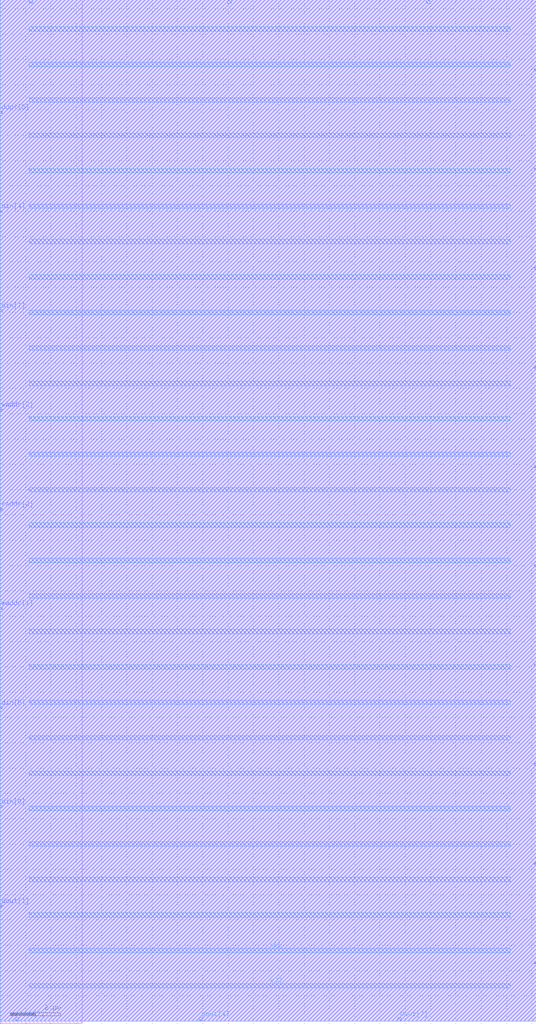
<source format=lef>
VERSION 5.8 ;
BUSBITCHARS "[]" ;
DIVIDERCHAR "/" ;
UNITS
    DATABASE MICRONS 2000 ;
END UNITS

MACRO spram_8x8
  FOREIGN spram_8x8 0 0 ;
  CLASS BLOCK ;
  SIZE 21.175 BY 40.35 ;
  PIN VSS
    USE GROUND ;
    DIRECTION INOUT ;
    PORT
      LAYER metal4 ;
        RECT  1.14 37.715 20.14 37.885 ;
        RECT  1.14 34.915 20.14 35.085 ;
        RECT  1.14 32.115 20.14 32.285 ;
        RECT  1.14 29.315 20.14 29.485 ;
        RECT  1.14 26.515 20.14 26.685 ;
        RECT  1.14 23.715 20.14 23.885 ;
        RECT  1.14 20.915 20.14 21.085 ;
        RECT  1.14 18.115 20.14 18.285 ;
        RECT  1.14 15.315 20.14 15.485 ;
        RECT  1.14 12.515 20.14 12.685 ;
        RECT  1.14 9.715 20.14 9.885 ;
        RECT  1.14 6.915 20.14 7.085 ;
        RECT  1.14 4.115 20.14 4.285 ;
        RECT  1.14 1.315 20.14 1.485 ;
    END
  END VSS
  PIN VDD
    USE POWER ;
    DIRECTION INOUT ;
    PORT
      LAYER metal4 ;
        RECT  1.14 39.115 20.14 39.285 ;
        RECT  1.14 36.315 20.14 36.485 ;
        RECT  1.14 33.515 20.14 33.685 ;
        RECT  1.14 30.715 20.14 30.885 ;
        RECT  1.14 27.915 20.14 28.085 ;
        RECT  1.14 25.115 20.14 25.285 ;
        RECT  1.14 22.315 20.14 22.485 ;
        RECT  1.14 19.515 20.14 19.685 ;
        RECT  1.14 16.715 20.14 16.885 ;
        RECT  1.14 13.915 20.14 14.085 ;
        RECT  1.14 11.115 20.14 11.285 ;
        RECT  1.14 8.315 20.14 8.485 ;
        RECT  1.14 5.515 20.14 5.685 ;
        RECT  1.14 2.715 20.14 2.885 ;
    END
  END VDD
  PIN clk
    DIRECTION INPUT ;
    USE SIGNAL ;
    PORT
      LAYER metal3 ;
        RECT  21.105 21.875 21.175 21.945 ;
    END
  END clk
  PIN din[0]
    DIRECTION INPUT ;
    USE SIGNAL ;
    PORT
      LAYER metal3 ;
        RECT  0 8.435 0.07 8.505 ;
    END
  END din[0]
  PIN din[1]
    DIRECTION INPUT ;
    USE SIGNAL ;
    PORT
      LAYER metal4 ;
        RECT  8.985 40.21 9.125 40.35 ;
    END
  END din[1]
  PIN din[2]
    DIRECTION INPUT ;
    USE SIGNAL ;
    PORT
      LAYER metal3 ;
        RECT  21.105 14.035 21.175 14.105 ;
    END
  END din[2]
  PIN din[3]
    DIRECTION INPUT ;
    USE SIGNAL ;
    PORT
      LAYER metal3 ;
        RECT  21.105 37.555 21.175 37.625 ;
    END
  END din[3]
  PIN din[4]
    DIRECTION INPUT ;
    USE SIGNAL ;
    PORT
      LAYER metal3 ;
        RECT  0 31.955 0.07 32.025 ;
    END
  END din[4]
  PIN din[5]
    DIRECTION INPUT ;
    USE SIGNAL ;
    PORT
      LAYER metal3 ;
        RECT  0 12.355 0.07 12.425 ;
    END
  END din[5]
  PIN din[6]
    DIRECTION INPUT ;
    USE SIGNAL ;
    PORT
      LAYER metal4 ;
        RECT  16.825 40.21 16.965 40.35 ;
    END
  END din[6]
  PIN din[7]
    DIRECTION INPUT ;
    USE SIGNAL ;
    PORT
      LAYER metal3 ;
        RECT  0 28.035 0.07 28.105 ;
    END
  END din[7]
  PIN dout[0]
    DIRECTION OUTPUT ;
    USE SIGNAL ;
    PORT
      LAYER metal3 ;
        RECT  21.105 2.275 21.175 2.345 ;
    END
  END dout[0]
  PIN dout[1]
    DIRECTION OUTPUT ;
    USE SIGNAL ;
    PORT
      LAYER metal3 ;
        RECT  0 4.515 0.07 4.585 ;
    END
  END dout[1]
  PIN dout[2]
    DIRECTION OUTPUT ;
    USE SIGNAL ;
    PORT
      LAYER metal3 ;
        RECT  21.105 10.115 21.175 10.185 ;
    END
  END dout[2]
  PIN dout[3]
    DIRECTION OUTPUT ;
    USE SIGNAL ;
    PORT
      LAYER metal4 ;
        RECT  0.585 0 0.725 0.14 ;
    END
  END dout[3]
  PIN dout[4]
    DIRECTION OUTPUT ;
    USE SIGNAL ;
    PORT
      LAYER metal4 ;
        RECT  7.865 0 8.005 0.14 ;
    END
  END dout[4]
  PIN dout[5]
    DIRECTION OUTPUT ;
    USE SIGNAL ;
    PORT
      LAYER metal3 ;
        RECT  0 35.875 0.07 35.945 ;
    END
  END dout[5]
  PIN dout[6]
    DIRECTION OUTPUT ;
    USE SIGNAL ;
    PORT
      LAYER metal3 ;
        RECT  21.105 17.955 21.175 18.025 ;
    END
  END dout[6]
  PIN dout[7]
    DIRECTION OUTPUT ;
    USE SIGNAL ;
    PORT
      LAYER metal4 ;
        RECT  15.705 0 15.845 0.14 ;
    END
  END dout[7]
  PIN raddr[0]
    DIRECTION INPUT ;
    USE SIGNAL ;
    PORT
      LAYER metal3 ;
        RECT  21.105 29.715 21.175 29.785 ;
    END
  END raddr[0]
  PIN raddr[1]
    DIRECTION INPUT ;
    USE SIGNAL ;
    PORT
      LAYER metal3 ;
        RECT  21.105 33.635 21.175 33.705 ;
    END
  END raddr[1]
  PIN raddr[2]
    DIRECTION INPUT ;
    USE SIGNAL ;
    PORT
      LAYER metal3 ;
        RECT  0 20.195 0.07 20.265 ;
    END
  END raddr[2]
  PIN re
    DIRECTION INPUT ;
    USE SIGNAL ;
    PORT
      LAYER metal4 ;
        RECT  1.145 40.21 1.285 40.35 ;
    END
  END re
  PIN waddr[0]
    DIRECTION INPUT ;
    USE SIGNAL ;
    PORT
      LAYER metal3 ;
        RECT  21.105 6.195 21.175 6.265 ;
    END
  END waddr[0]
  PIN waddr[1]
    DIRECTION INPUT ;
    USE SIGNAL ;
    PORT
      LAYER metal3 ;
        RECT  0 16.275 0.07 16.345 ;
    END
  END waddr[1]
  PIN waddr[2]
    DIRECTION INPUT ;
    USE SIGNAL ;
    PORT
      LAYER metal3 ;
        RECT  0 24.115 0.07 24.185 ;
    END
  END waddr[2]
  PIN we
    DIRECTION INPUT ;
    USE SIGNAL ;
    PORT
      LAYER metal3 ;
        RECT  21.105 25.795 21.175 25.865 ;
    END
  END we
  OBS
    LAYER metal1 ;
     RECT  0 -0.085 3.23 40.35 ;
     RECT  3.23 0 21.175 40.35 ;
    LAYER metal2 ;
     RECT  0 0 21.175 40.35 ;
    LAYER metal3 ;
     RECT  0 0 21.175 40.35 ;
    LAYER metal4 ;
     RECT  0 0 21.175 40.35 ;
  END
END spram_8x8
END LIBRARY

</source>
